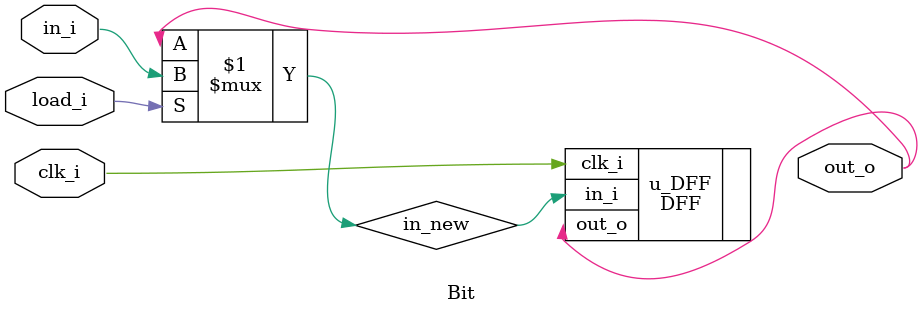
<source format=v>
/*  1-bit register

Bit u_Bit(
    .clk_i(),
    .in_i(),
    .load_i(),
    .out_o()
);

*/



module Bit(
    input wire clk_i,
    input wire in_i,
    input wire load_i,
    output wire out_o
);

    wire in_new = load_i ? in_i : out_o;
    
    DFF u_DFF(
        .clk_i(clk_i),
        .in_i(in_new),
        .out_o(out_o)
    );

endmodule
</source>
